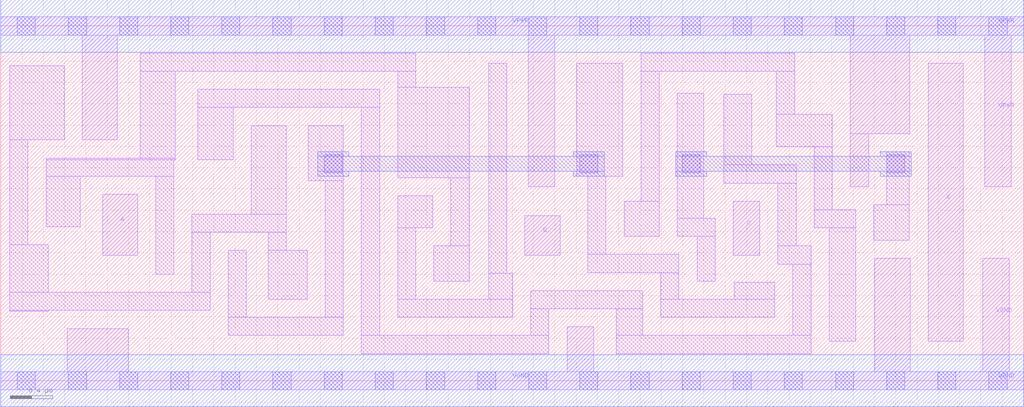
<source format=lef>
# Copyright 2020 The SkyWater PDK Authors
#
# Licensed under the Apache License, Version 2.0 (the "License");
# you may not use this file except in compliance with the License.
# You may obtain a copy of the License at
#
#     https://www.apache.org/licenses/LICENSE-2.0
#
# Unless required by applicable law or agreed to in writing, software
# distributed under the License is distributed on an "AS IS" BASIS,
# WITHOUT WARRANTIES OR CONDITIONS OF ANY KIND, either express or implied.
# See the License for the specific language governing permissions and
# limitations under the License.
#
# SPDX-License-Identifier: Apache-2.0

VERSION 5.7 ;
  NAMESCASESENSITIVE ON ;
  NOWIREEXTENSIONATPIN ON ;
  DIVIDERCHAR "/" ;
  BUSBITCHARS "[]" ;
UNITS
  DATABASE MICRONS 200 ;
END UNITS
MACRO sky130_fd_sc_ls__xor3_2
  CLASS CORE ;
  SOURCE USER ;
  FOREIGN sky130_fd_sc_ls__xor3_2 ;
  ORIGIN  0.000000  0.000000 ;
  SIZE  9.600000 BY  3.330000 ;
  SYMMETRY X Y ;
  SITE unit ;
  PIN A
    ANTENNAGATEAREA  0.246000 ;
    DIRECTION INPUT ;
    USE SIGNAL ;
    PORT
      LAYER li1 ;
        RECT 0.955000 1.180000 1.285000 1.750000 ;
    END
  END A
  PIN B
    ANTENNAGATEAREA  0.693000 ;
    DIRECTION INPUT ;
    USE SIGNAL ;
    PORT
      LAYER li1 ;
        RECT 4.920000 1.180000 5.250000 1.550000 ;
    END
  END B
  PIN C
    ANTENNAGATEAREA  0.381000 ;
    DIRECTION INPUT ;
    USE SIGNAL ;
    PORT
      LAYER li1 ;
        RECT 6.875000 1.180000 7.125000 1.685000 ;
    END
  END C
  PIN X
    ANTENNADIFFAREA  0.543200 ;
    DIRECTION OUTPUT ;
    USE SIGNAL ;
    PORT
      LAYER li1 ;
        RECT 8.705000 0.370000 9.035000 2.980000 ;
    END
  END X
  PIN VGND
    DIRECTION INOUT ;
    SHAPE ABUTMENT ;
    USE GROUND ;
    PORT
      LAYER li1 ;
        RECT 0.000000 -0.085000 9.600000 0.085000 ;
        RECT 0.625000  0.085000 1.195000 0.490000 ;
        RECT 5.315000  0.085000 5.565000 0.505000 ;
        RECT 8.205000  0.085000 8.535000 1.150000 ;
        RECT 9.215000  0.085000 9.465000 1.150000 ;
      LAYER mcon ;
        RECT 0.155000 -0.085000 0.325000 0.085000 ;
        RECT 0.635000 -0.085000 0.805000 0.085000 ;
        RECT 1.115000 -0.085000 1.285000 0.085000 ;
        RECT 1.595000 -0.085000 1.765000 0.085000 ;
        RECT 2.075000 -0.085000 2.245000 0.085000 ;
        RECT 2.555000 -0.085000 2.725000 0.085000 ;
        RECT 3.035000 -0.085000 3.205000 0.085000 ;
        RECT 3.515000 -0.085000 3.685000 0.085000 ;
        RECT 3.995000 -0.085000 4.165000 0.085000 ;
        RECT 4.475000 -0.085000 4.645000 0.085000 ;
        RECT 4.955000 -0.085000 5.125000 0.085000 ;
        RECT 5.435000 -0.085000 5.605000 0.085000 ;
        RECT 5.915000 -0.085000 6.085000 0.085000 ;
        RECT 6.395000 -0.085000 6.565000 0.085000 ;
        RECT 6.875000 -0.085000 7.045000 0.085000 ;
        RECT 7.355000 -0.085000 7.525000 0.085000 ;
        RECT 7.835000 -0.085000 8.005000 0.085000 ;
        RECT 8.315000 -0.085000 8.485000 0.085000 ;
        RECT 8.795000 -0.085000 8.965000 0.085000 ;
        RECT 9.275000 -0.085000 9.445000 0.085000 ;
      LAYER met1 ;
        RECT 0.000000 -0.245000 9.600000 0.245000 ;
    END
  END VGND
  PIN VPWR
    DIRECTION INOUT ;
    SHAPE ABUTMENT ;
    USE POWER ;
    PORT
      LAYER li1 ;
        RECT 0.000000 3.245000 9.600000 3.415000 ;
        RECT 0.765000 2.260000 1.095000 3.245000 ;
        RECT 4.950000 1.820000 5.200000 3.245000 ;
        RECT 7.975000 1.820000 8.145000 2.320000 ;
        RECT 7.975000 2.320000 8.530000 3.245000 ;
        RECT 9.235000 1.820000 9.485000 3.245000 ;
      LAYER mcon ;
        RECT 0.155000 3.245000 0.325000 3.415000 ;
        RECT 0.635000 3.245000 0.805000 3.415000 ;
        RECT 1.115000 3.245000 1.285000 3.415000 ;
        RECT 1.595000 3.245000 1.765000 3.415000 ;
        RECT 2.075000 3.245000 2.245000 3.415000 ;
        RECT 2.555000 3.245000 2.725000 3.415000 ;
        RECT 3.035000 3.245000 3.205000 3.415000 ;
        RECT 3.515000 3.245000 3.685000 3.415000 ;
        RECT 3.995000 3.245000 4.165000 3.415000 ;
        RECT 4.475000 3.245000 4.645000 3.415000 ;
        RECT 4.955000 3.245000 5.125000 3.415000 ;
        RECT 5.435000 3.245000 5.605000 3.415000 ;
        RECT 5.915000 3.245000 6.085000 3.415000 ;
        RECT 6.395000 3.245000 6.565000 3.415000 ;
        RECT 6.875000 3.245000 7.045000 3.415000 ;
        RECT 7.355000 3.245000 7.525000 3.415000 ;
        RECT 7.835000 3.245000 8.005000 3.415000 ;
        RECT 8.315000 3.245000 8.485000 3.415000 ;
        RECT 8.795000 3.245000 8.965000 3.415000 ;
        RECT 9.275000 3.245000 9.445000 3.415000 ;
      LAYER met1 ;
        RECT 0.000000 3.085000 9.600000 3.575000 ;
    END
  END VPWR
  OBS
    LAYER li1 ;
      RECT 0.085000 0.650000 0.445000 0.660000 ;
      RECT 0.085000 0.660000 1.965000 0.830000 ;
      RECT 0.085000 0.830000 0.445000 1.275000 ;
      RECT 0.085000 1.275000 0.255000 2.260000 ;
      RECT 0.085000 2.260000 0.595000 2.955000 ;
      RECT 0.425000 1.445000 0.745000 1.920000 ;
      RECT 0.425000 1.920000 1.625000 2.075000 ;
      RECT 0.425000 2.075000 1.640000 2.090000 ;
      RECT 1.310000 2.090000 1.640000 2.905000 ;
      RECT 1.310000 2.905000 3.895000 3.075000 ;
      RECT 1.455000 1.000000 1.625000 1.920000 ;
      RECT 1.795000 0.830000 1.965000 1.395000 ;
      RECT 1.795000 1.395000 2.680000 1.565000 ;
      RECT 1.850000 2.075000 2.180000 2.565000 ;
      RECT 1.850000 2.565000 3.555000 2.735000 ;
      RECT 2.135000 0.425000 3.215000 0.595000 ;
      RECT 2.135000 0.595000 2.305000 1.225000 ;
      RECT 2.350000 1.565000 2.680000 2.395000 ;
      RECT 2.510000 0.765000 2.875000 1.225000 ;
      RECT 2.510000 1.225000 2.680000 1.395000 ;
      RECT 2.885000 1.875000 3.215000 2.395000 ;
      RECT 3.045000 0.595000 3.215000 1.875000 ;
      RECT 3.385000 0.255000 5.145000 0.425000 ;
      RECT 3.385000 0.425000 3.555000 2.565000 ;
      RECT 3.725000 0.595000 4.805000 0.765000 ;
      RECT 3.725000 0.765000 3.895000 1.435000 ;
      RECT 3.725000 1.435000 4.055000 1.735000 ;
      RECT 3.725000 1.905000 4.395000 2.755000 ;
      RECT 3.725000 2.755000 3.895000 2.905000 ;
      RECT 4.065000 0.935000 4.395000 1.265000 ;
      RECT 4.225000 1.265000 4.395000 1.905000 ;
      RECT 4.580000 0.765000 4.805000 1.010000 ;
      RECT 4.580000 1.010000 4.750000 2.980000 ;
      RECT 4.975000 0.425000 5.145000 0.675000 ;
      RECT 4.975000 0.675000 6.025000 0.845000 ;
      RECT 5.405000 1.920000 5.840000 2.980000 ;
      RECT 5.510000 1.015000 6.365000 1.185000 ;
      RECT 5.510000 1.185000 5.680000 1.920000 ;
      RECT 5.775000 0.255000 7.605000 0.425000 ;
      RECT 5.775000 0.425000 6.025000 0.675000 ;
      RECT 5.850000 1.355000 6.180000 1.685000 ;
      RECT 6.010000 1.685000 6.180000 2.905000 ;
      RECT 6.010000 2.905000 7.450000 3.075000 ;
      RECT 6.195000 0.595000 7.265000 0.765000 ;
      RECT 6.195000 0.765000 6.365000 1.015000 ;
      RECT 6.350000 1.355000 6.705000 1.525000 ;
      RECT 6.350000 1.525000 6.600000 2.700000 ;
      RECT 6.535000 0.935000 6.705000 1.355000 ;
      RECT 6.785000 1.855000 7.465000 2.025000 ;
      RECT 6.785000 2.025000 7.050000 2.690000 ;
      RECT 6.885000 0.765000 7.265000 0.925000 ;
      RECT 7.280000 2.195000 7.805000 2.500000 ;
      RECT 7.280000 2.500000 7.450000 2.905000 ;
      RECT 7.295000 1.095000 7.605000 1.265000 ;
      RECT 7.295000 1.265000 7.465000 1.855000 ;
      RECT 7.435000 0.425000 7.605000 1.095000 ;
      RECT 7.635000 1.435000 8.025000 1.605000 ;
      RECT 7.635000 1.605000 7.805000 2.195000 ;
      RECT 7.775000 0.370000 8.025000 1.435000 ;
      RECT 8.195000 1.320000 8.525000 1.650000 ;
      RECT 8.315000 1.650000 8.525000 2.150000 ;
    LAYER mcon ;
      RECT 3.035000 1.950000 3.205000 2.120000 ;
      RECT 5.435000 1.950000 5.605000 2.120000 ;
      RECT 6.395000 1.950000 6.565000 2.120000 ;
      RECT 8.315000 1.950000 8.485000 2.120000 ;
    LAYER met1 ;
      RECT 2.975000 1.920000 3.265000 1.965000 ;
      RECT 2.975000 1.965000 5.665000 2.105000 ;
      RECT 2.975000 2.105000 3.265000 2.150000 ;
      RECT 5.375000 1.920000 5.665000 1.965000 ;
      RECT 5.375000 2.105000 5.665000 2.150000 ;
      RECT 6.335000 1.920000 6.625000 1.965000 ;
      RECT 6.335000 1.965000 8.545000 2.105000 ;
      RECT 6.335000 2.105000 6.625000 2.150000 ;
      RECT 8.255000 1.920000 8.545000 1.965000 ;
      RECT 8.255000 2.105000 8.545000 2.150000 ;
  END
END sky130_fd_sc_ls__xor3_2

</source>
